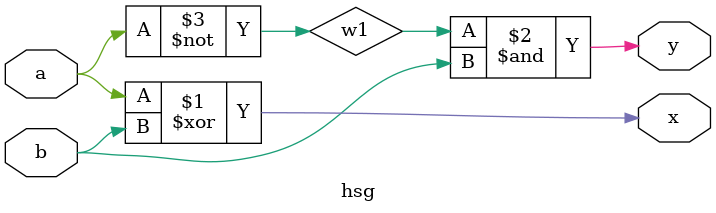
<source format=v>
module hsg(a,b,x,y);
input a,b;
output x,y;
wire w1;
xor x1(x,a,b);
not n1(w1,a);
and a1(y,w1,b);
endmodule

</source>
